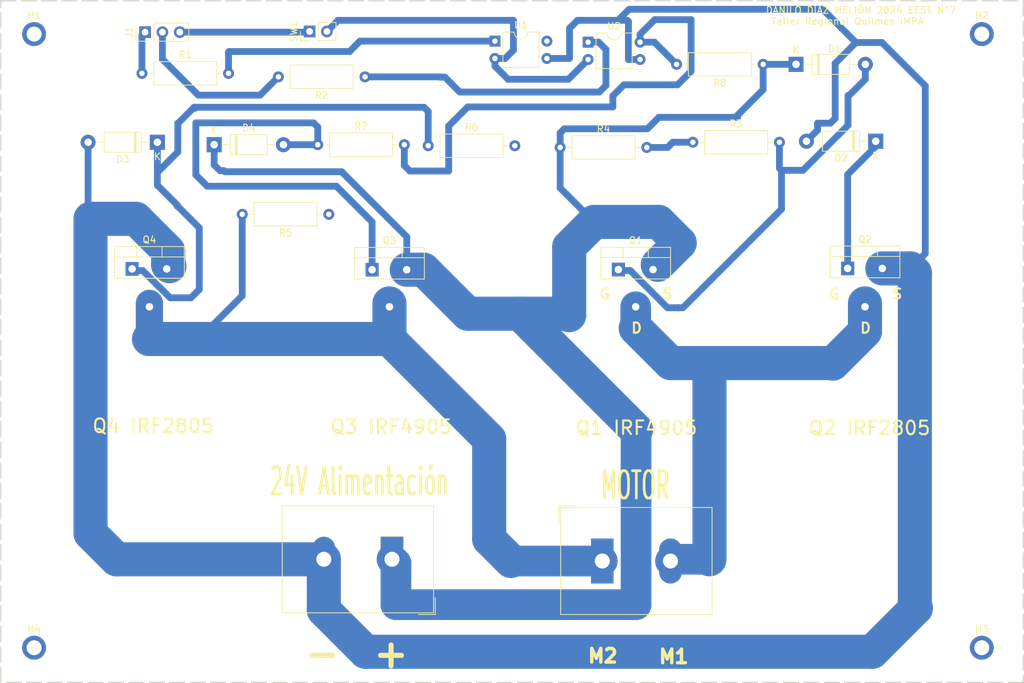
<source format=kicad_pcb>
(kicad_pcb (version 20240108) (generator "pcbnew") (generator_version "8.0")
  (title_block (title "Puente H Power Mosfet") (date "05/09/2024") (rev "8.1.1") (company "Danilo Melión"))
  (layers (0 "F.Cu" signal) (31 "B.Cu" signal) (34 "B.Paste" user) (35 "F.Paste" user) (36 "B.SilkS" user "B.Silkscreen") (37 "F.SilkS" user "F.Silkscreen") (38 "B.Mask" user) (39 "F.Mask" user) (44 "Edge.Cuts" user))
  (net 0 "")
  (net 1 "PWM1")
  (net 2 "PWM2")
  (net 3 "GND")
  (net 4 "Net-(J2-Pin_1)")
  (net 5 "Net-(J2-Pin_2)")
  (net 6 "Net-(D2-K)")
  (net 7 "+24V")
  (net 8 "Net-(D1-A)")
  (net 9 "Net-(R3-Pad1)")
  (net 10 "Net-(R1-Pad2)")
  (net 11 "Net-(SW1-B)")
  (net 12 "GNDPWR")
  (net 13 "Net-(R7-Pad2)")
  (net 14 "Net-(D3-K)")
  (net 15 "Net-(D4-A)")
  (net 16 "Net-(R2-Pad1)")
  (footprint "Package_DIP:DIP-4_W7.62mm" (layer "F.Cu") (at 124.5945 37.0332)
    (property "Reference" "U1" (at 3.81 -2.33 0) (layer "F.SilkS"))
    (property "Value" "PC817")
    (fp_line (start 1.16 -1.33) (end 1.16 3.87) (stroke (width 0.12)) (layer "F.SilkS"))
    (fp_line (start 1.16 3.87) (end 6.46 3.87) (stroke (width 0.12)) (layer "F.SilkS"))
    (fp_line (start 2.81 -1.33) (end 1.16 -1.33) (stroke (width 0.12)) (layer "F.SilkS"))
    (fp_line (start 6.46 -1.33) (end 4.81 -1.33) (stroke (width 0.12)) (layer "F.SilkS"))
    (fp_line (start 6.46 3.87) (end 6.46 -1.33) (stroke (width 0.12)) (layer "F.SilkS"))
    (fp_arc (start 4.81 -1.33) (mid 3.81 -0.33) (end 2.81 -1.33) (stroke (width 0.12)) (layer "F.SilkS"))
    (pad "1" thru_hole rect (at 0 0) (size 1.6 1.6) (drill 0.8) (layers "*.Cu" "*.Mask") (net 10 "Net-(R1-Pad2)"))
    (pad "2" thru_hole oval (at 0 2.54) (size 1.6 1.6) (drill 0.8) (layers "*.Cu" "*.Mask") (net 11 "Net-(SW1-B)"))
    (pad "3" thru_hole oval (at 7.62 2.54) (size 1.6 1.6) (drill 0.8) (layers "*.Cu" "*.Mask") (net 12 "GNDPWR"))
    (pad "4" thru_hole oval (at 7.62 0) (size 1.6 1.6) (drill 0.8) (layers "*.Cu" "*.Mask") (net 9 "Net-(R3-Pad1)"))
  )
  (footprint "Diode_THT:D_DO-41_SOD81_P10.16mm_Horizontal" (layer "F.Cu") (at 180.4416 51.7144 180)
    (property "Reference" "D2" (at 5.08 -2.47 360) (layer "F.SilkS"))
    (property "Value" "1N4742A")
    (fp_line (start 8.82 0) (end 7.8 0) (stroke (width 0.12)) (layer "F.SilkS"))
    (fp_line (start 7.8 1.47) (end 7.8 -1.47) (stroke (width 0.12)) (layer "F.SilkS"))
    (fp_line (start 7.8 -1.47) (end 2.36 -1.47) (stroke (width 0.12)) (layer "F.SilkS"))
    (fp_line (start 3.38 -1.47) (end 3.38 1.47) (stroke (width 0.12)) (layer "F.SilkS"))
    (fp_line (start 3.26 -1.47) (end 3.26 1.47) (stroke (width 0.12)) (layer "F.SilkS"))
    (fp_line (start 3.14 -1.47) (end 3.14 1.47) (stroke (width 0.12)) (layer "F.SilkS"))
    (fp_line (start 2.36 1.47) (end 7.8 1.47) (stroke (width 0.12)) (layer "F.SilkS"))
    (fp_line (start 2.36 -1.47) (end 2.36 1.47) (stroke (width 0.12)) (layer "F.SilkS"))
    (fp_line (start 1.34 0) (end 2.36 0) (stroke (width 0.12)) (layer "F.SilkS"))
    (fp_text user "K" (at 0 -2.1 360) (layer "F.SilkS"))
    (pad "1" thru_hole rect (at 0 0 180) (size 2.2 2.2) (drill 1.1) (layers "*.Cu" "*.Mask") (net 6 "Net-(D2-K)"))
    (pad "2" thru_hole oval (at 10.16 0 180) (size 2.2 2.2) (drill 1.1) (layers "*.Cu" "*.Mask") (net 12 "GNDPWR"))
  )
  (footprint "Diode_THT:D_DO-41_SOD81_P10.16mm_Horizontal" (layer "F.Cu") (at 83.4136 52.2224)
    (property "Reference" "D4" (at 5.08 -2.47 360) (layer "F.SilkS"))
    (property "Value" "1N4742A")
    (fp_line (start 1.34 0) (end 2.36 0) (stroke (width 0.12)) (layer "F.SilkS"))
    (fp_line (start 2.36 -1.47) (end 2.36 1.47) (stroke (width 0.12)) (layer "F.SilkS"))
    (fp_line (start 2.36 1.47) (end 7.8 1.47) (stroke (width 0.12)) (layer "F.SilkS"))
    (fp_line (start 3.14 -1.47) (end 3.14 1.47) (stroke (width 0.12)) (layer "F.SilkS"))
    (fp_line (start 3.26 -1.47) (end 3.26 1.47) (stroke (width 0.12)) (layer "F.SilkS"))
    (fp_line (start 3.38 -1.47) (end 3.38 1.47) (stroke (width 0.12)) (layer "F.SilkS"))
    (fp_line (start 7.8 -1.47) (end 2.36 -1.47) (stroke (width 0.12)) (layer "F.SilkS"))
    (fp_line (start 7.8 1.47) (end 7.8 -1.47) (stroke (width 0.12)) (layer "F.SilkS"))
    (fp_line (start 8.82 0) (end 7.8 0) (stroke (width 0.12)) (layer "F.SilkS"))
    (fp_text user "K" (at 0 -2.1 360) (layer "F.SilkS"))
    (pad "1" thru_hole rect (at 0 0) (size 2.2 2.2) (drill 1.1) (layers "*.Cu" "*.Mask") (net 7 "+24V"))
    (pad "2" thru_hole oval (at 10.16 0) (size 2.2 2.2) (drill 1.1) (layers "*.Cu" "*.Mask") (net 15 "Net-(D4-A)"))
  )
  (footprint "MountingHole:MountingHole_2.2mm_M2_ISO7380_Pad" (layer "F.Cu") (at 57 126)
    (property "Reference" "H4" (at 0 -2.75 0) (layer "F.SilkS"))
    (property "Value" "MountingHole_2.2mm_M2_ISO7380_Pad" (hide yes))
    (pad "1" thru_hole circle (at 0 0) (size 3.5 3.5) (drill 2.2) (layers "*.Cu" "*.Mask"))
  )
  (footprint "Package_TO_SOT_THT:TO-220-3_Vertical" (layer "F.Cu") (at 106.5784 70.5612)
    (property "Reference" "Q3" (at 2.54 -4.27 0) (layer "F.SilkS"))
    (property "Value" "IRF4905")
    (fp_line (start -2.58 -3.27) (end -2.58 1.371) (stroke (width 0.12)) (layer "F.SilkS"))
    (fp_line (start -2.58 -3.27) (end 7.66 -3.27) (stroke (width 0.12)) (layer "F.SilkS"))
    (fp_line (start -2.58 -1.76) (end 7.66 -1.76) (stroke (width 0.12)) (layer "F.SilkS"))
    (fp_line (start -2.58 1.371) (end 7.66 1.371) (stroke (width 0.12)) (layer "F.SilkS"))
    (fp_line (start 0.69 -3.27) (end 0.69 -1.76) (stroke (width 0.12)) (layer "F.SilkS"))
    (fp_line (start 4.391 -3.27) (end 4.391 -1.76) (stroke (width 0.12)) (layer "F.SilkS"))
    (fp_line (start 7.66 -3.27) (end 7.66 1.371) (stroke (width 0.12)) (layer "F.SilkS"))
    (pad "1" thru_hole rect (at 0 0) (size 1.905 2) (drill 1.1) (layers "*.Cu" "*.Mask") (net 15 "Net-(D4-A)"))
    (pad "2" thru_hole oval (at 2.54 5.4388) (size 1.905 2) (drill 1.1) (layers "*.Cu" "*.Mask") (net 4 "Net-(J2-Pin_1)"))
    (pad "3" thru_hole oval (at 5.08 0) (size 1.905 2) (drill 1.1) (layers "*.Cu" "*.Mask") (net 7 "+24V"))
  )
  (footprint "Resistor_THT:R_Axial_DIN0309_L9.0mm_D3.2mm_P12.70mm_Horizontal" (layer "F.Cu") (at 114.808 52.3748)
    (property "Reference" "R6" (at 6.35 -2.72 360) (layer "F.SilkS"))
    (property "Value" "680")
    (fp_line (start 1.04 0) (end 1.73 0) (stroke (width 0.12)) (layer "F.SilkS"))
    (fp_line (start 1.73 -1.72) (end 1.73 1.72) (stroke (width 0.12)) (layer "F.SilkS"))
    (fp_line (start 1.73 1.72) (end 10.97 1.72) (stroke (width 0.12)) (layer "F.SilkS"))
    (fp_line (start 10.97 -1.72) (end 1.73 -1.72) (stroke (width 0.12)) (layer "F.SilkS"))
    (fp_line (start 10.97 1.72) (end 10.97 -1.72) (stroke (width 0.12)) (layer "F.SilkS"))
    (fp_line (start 11.66 0) (end 10.97 0) (stroke (width 0.12)) (layer "F.SilkS"))
    (pad "1" thru_hole circle (at 0 0) (size 1.6 1.6) (drill 0.8) (layers "*.Cu" "*.Mask") (net 14 "Net-(D3-K)"))
    (pad "2" thru_hole oval (at 12.7 0) (size 1.6 1.6) (drill 0.8) (layers "*.Cu" "*.Mask") (net 5 "Net-(J2-Pin_2)"))
  )
  (footprint "Package_DIP:DIP-4_W7.62mm" (layer "F.Cu") (at 138.2597 37.1856)
    (property "Reference" "U2" (at 3.81 -2.33 0) (layer "F.SilkS"))
    (property "Value" "PC817")
    (fp_line (start 1.16 -1.33) (end 1.16 3.87) (stroke (width 0.12)) (layer "F.SilkS"))
    (fp_line (start 1.16 3.87) (end 6.46 3.87) (stroke (width 0.12)) (layer "F.SilkS"))
    (fp_line (start 2.81 -1.33) (end 1.16 -1.33) (stroke (width 0.12)) (layer "F.SilkS"))
    (fp_line (start 6.46 -1.33) (end 4.81 -1.33) (stroke (width 0.12)) (layer "F.SilkS"))
    (fp_line (start 6.46 3.87) (end 6.46 -1.33) (stroke (width 0.12)) (layer "F.SilkS"))
    (fp_arc (start 4.81 -1.33) (mid 3.81 -0.33) (end 2.81 -1.33) (stroke (width 0.12)) (layer "F.SilkS"))
    (pad "1" thru_hole rect (at 0 0) (size 1.6 1.6) (drill 0.8) (layers "*.Cu" "*.Mask") (net 16 "Net-(R2-Pad1)"))
    (pad "2" thru_hole oval (at 0 2.54) (size 1.6 1.6) (drill 0.8) (layers "*.Cu" "*.Mask") (net 11 "Net-(SW1-B)"))
    (pad "3" thru_hole oval (at 7.62 2.54) (size 1.6 1.6) (drill 0.8) (layers "*.Cu" "*.Mask") (net 12 "GNDPWR"))
    (pad "4" thru_hole oval (at 7.62 0) (size 1.6 1.6) (drill 0.8) (layers "*.Cu" "*.Mask") (net 13 "Net-(R7-Pad2)"))
  )
  (footprint "Diode_THT:D_DO-41_SOD81_P10.16mm_Horizontal" (layer "F.Cu") (at 75.0824 51.8668 180)
    (property "Reference" "D3" (at 5.08 -2.47 360) (layer "F.SilkS"))
    (property "Value" "1N4742A")
    (fp_line (start 8.82 0) (end 7.8 0) (stroke (width 0.12)) (layer "F.SilkS"))
    (fp_line (start 7.8 1.47) (end 7.8 -1.47) (stroke (width 0.12)) (layer "F.SilkS"))
    (fp_line (start 7.8 -1.47) (end 2.36 -1.47) (stroke (width 0.12)) (layer "F.SilkS"))
    (fp_line (start 3.38 -1.47) (end 3.38 1.47) (stroke (width 0.12)) (layer "F.SilkS"))
    (fp_line (start 3.26 -1.47) (end 3.26 1.47) (stroke (width 0.12)) (layer "F.SilkS"))
    (fp_line (start 3.14 -1.47) (end 3.14 1.47) (stroke (width 0.12)) (layer "F.SilkS"))
    (fp_line (start 2.36 1.47) (end 7.8 1.47) (stroke (width 0.12)) (layer "F.SilkS"))
    (fp_line (start 2.36 -1.47) (end 2.36 1.47) (stroke (width 0.12)) (layer "F.SilkS"))
    (fp_line (start 1.34 0) (end 2.36 0) (stroke (width 0.12)) (layer "F.SilkS"))
    (fp_text user "K" (at 0 -2.1 360) (layer "F.SilkS"))
    (pad "1" thru_hole rect (at 0 0 180) (size 2.2 2.2) (drill 1.1) (layers "*.Cu" "*.Mask") (net 14 "Net-(D3-K)"))
    (pad "2" thru_hole oval (at 10.16 0 180) (size 2.2 2.2) (drill 1.1) (layers "*.Cu" "*.Mask") (net 12 "GNDPWR"))
  )
  (footprint "Package_TO_SOT_THT:TO-220-3_Vertical" (layer "F.Cu") (at 71.374 70.4394)
    (property "Reference" "Q4" (at 2.54 -4.27 0) (layer "F.SilkS"))
    (property "Value" "IRF2805")
    (fp_line (start -2.58 -3.27) (end -2.58 1.371) (stroke (width 0.12)) (layer "F.SilkS"))
    (fp_line (start -2.58 -3.27) (end 7.66 -3.27) (stroke (width 0.12)) (layer "F.SilkS"))
    (fp_line (start -2.58 -1.76) (end 7.66 -1.76) (stroke (width 0.12)) (layer "F.SilkS"))
    (fp_line (start -2.58 1.371) (end 7.66 1.371) (stroke (width 0.12)) (layer "F.SilkS"))
    (fp_line (start 0.69 -3.27) (end 0.69 -1.76) (stroke (width 0.12)) (layer "F.SilkS"))
    (fp_line (start 4.391 -3.27) (end 4.391 -1.76) (stroke (width 0.12)) (layer "F.SilkS"))
    (fp_line (start 7.66 -3.27) (end 7.66 1.371) (stroke (width 0.12)) (layer "F.SilkS"))
    (pad "1" thru_hole rect (at 0 0) (size 1.905 2) (drill 1.1) (layers "*.Cu" "*.Mask") (net 14 "Net-(D3-K)"))
    (pad "2" thru_hole oval (at 2.54 5.5606) (size 1.905 2) (drill 1.1) (layers "*.Cu" "*.Mask") (net 4 "Net-(J2-Pin_1)"))
    (pad "3" thru_hole oval (at 5.08 0) (size 1.905 2) (drill 1.1) (layers "*.Cu" "*.Mask") (net 12 "GNDPWR"))
  )
  (footprint "MountingHole:MountingHole_2.2mm_M2_ISO7380_Pad" (layer "F.Cu") (at 57 36)
    (property "Reference" "H1" (at 0 -2.75 0) (layer "F.SilkS"))
    (property "Value" "MountingHole_2.2mm_M2_ISO7380_Pad" (hide yes))
    (pad "1" thru_hole circle (at 0 0) (size 3.5 3.5) (drill 2.2) (layers "*.Cu" "*.Mask"))
  )
  (footprint "Package_TO_SOT_THT:TO-220-3_Vertical" (layer "F.Cu") (at 176.3268 70.3671)
    (property "Reference" "Q2" (at 2.54 -4.27 0) (layer "F.SilkS"))
    (property "Value" "IRF2805")
    (fp_line (start -2.58 -3.27) (end -2.58 1.371) (stroke (width 0.12)) (layer "F.SilkS"))
    (fp_line (start -2.58 -3.27) (end 7.66 -3.27) (stroke (width 0.12)) (layer "F.SilkS"))
    (fp_line (start -2.58 -1.76) (end 7.66 -1.76) (stroke (width 0.12)) (layer "F.SilkS"))
    (fp_line (start -2.58 1.371) (end 7.66 1.371) (stroke (width 0.12)) (layer "F.SilkS"))
    (fp_line (start 0.69 -3.27) (end 0.69 -1.76) (stroke (width 0.12)) (layer "F.SilkS"))
    (fp_line (start 4.391 -3.27) (end 4.391 -1.76) (stroke (width 0.12)) (layer "F.SilkS"))
    (fp_line (start 7.66 -3.27) (end 7.66 1.371) (stroke (width 0.12)) (layer "F.SilkS"))
    (pad "1" thru_hole rect (at 0 0) (size 1.905 2) (drill 1.1) (layers "*.Cu" "*.Mask") (net 6 "Net-(D2-K)"))
    (pad "2" thru_hole oval (at 2.54 5.6329) (size 1.905 2) (drill 1.1) (layers "*.Cu" "*.Mask") (net 5 "Net-(J2-Pin_2)"))
    (pad "3" thru_hole oval (at 5.08 0) (size 1.905 2) (drill 1.1) (layers "*.Cu" "*.Mask") (net 12 "GNDPWR"))
  )
  (footprint "Diode_THT:D_DO-41_SOD81_P10.16mm_Horizontal" (layer "F.Cu") (at 168.7576 40.4368)
    (property "Reference" "D1" (at 5.6388 -2.286 0) (layer "F.SilkS"))
    (property "Value" "1N4742A")
    (fp_line (start 1.34 0) (end 2.36 0) (stroke (width 0.12)) (layer "F.SilkS"))
    (fp_line (start 2.36 -1.47) (end 2.36 1.47) (stroke (width 0.12)) (layer "F.SilkS"))
    (fp_line (start 2.36 1.47) (end 7.8 1.47) (stroke (width 0.12)) (layer "F.SilkS"))
    (fp_line (start 3.14 -1.47) (end 3.14 1.47) (stroke (width 0.12)) (layer "F.SilkS"))
    (fp_line (start 3.26 -1.47) (end 3.26 1.47) (stroke (width 0.12)) (layer "F.SilkS"))
    (fp_line (start 3.38 -1.47) (end 3.38 1.47) (stroke (width 0.12)) (layer "F.SilkS"))
    (fp_line (start 7.8 -1.47) (end 2.36 -1.47) (stroke (width 0.12)) (layer "F.SilkS"))
    (fp_line (start 7.8 1.47) (end 7.8 -1.47) (stroke (width 0.12)) (layer "F.SilkS"))
    (fp_line (start 8.82 0) (end 7.8 0) (stroke (width 0.12)) (layer "F.SilkS"))
    (fp_text user "K" (at 0 -2.1 0) (layer "F.SilkS"))
    (pad "1" thru_hole rect (at 0 0) (size 2.2 2.2) (drill 1.1) (layers "*.Cu" "*.Mask") (net 7 "+24V"))
    (pad "2" thru_hole oval (at 10.16 0) (size 2.2 2.2) (drill 1.1) (layers "*.Cu" "*.Mask") (net 8 "Net-(D1-A)"))
  )
  (footprint "Resistor_THT:R_Axial_DIN0309_L9.0mm_D3.2mm_P12.70mm_Horizontal" (layer "F.Cu") (at 134.1628 52.6288)
    (property "Reference" "R4" (at 6.35 -2.72 0) (layer "F.SilkS"))
    (property "Value" "2.7K")
    (fp_line (start 1.04 0) (end 1.73 0) (stroke (width 0.12)) (layer "F.SilkS"))
    (fp_line (start 1.73 -1.72) (end 1.73 1.72) (stroke (width 0.12)) (layer "F.SilkS"))
    (fp_line (start 1.73 1.72) (end 10.97 1.72) (stroke (width 0.12)) (layer "F.SilkS"))
    (fp_line (start 10.97 -1.72) (end 1.73 -1.72) (stroke (width 0.12)) (layer "F.SilkS"))
    (fp_line (start 10.97 1.72) (end 10.97 -1.72) (stroke (width 0.12)) (layer "F.SilkS"))
    (fp_line (start 11.66 0) (end 10.97 0) (stroke (width 0.12)) (layer "F.SilkS"))
    (pad "1" thru_hole circle (at 0 0) (size 1.6 1.6) (drill 0.8) (layers "*.Cu" "*.Mask") (net 7 "+24V"))
    (pad "2" thru_hole oval (at 12.7 0) (size 1.6 1.6) (drill 0.8) (layers "*.Cu" "*.Mask") (net 9 "Net-(R3-Pad1)"))
  )
  (footprint "TerminalBlock_Dinkle:TerminalBlock_Dinkle_DT-55-B01X-02_P10.00mm" (layer "F.Cu") (at 109.4956 113.03 180)
    (property "Reference" "J3" (hide yes))
    (property "Value" "24V Alimentación" (at 4.7956 11.43 0) (layer "F.SilkS") (effects (font (size 4 2) (thickness 0.4) (bold yes))))
    (fp_line (start 16.1 -7.85) (end 16.1 7.85) (stroke (width 0.12)) (layer "F.SilkS"))
    (fp_line (start -6.1 7.85) (end 16.1 7.85) (stroke (width 0.12)) (layer "F.SilkS"))
    (fp_line (start -6.1 7.85) (end -6.1 -7.85) (stroke (width 0.12)) (layer "F.SilkS"))
    (fp_line (start -6.1 -7.85) (end 16.1 -7.85) (stroke (width 0.12)) (layer "F.SilkS"))
    (fp_line (start -6.35 -5.6) (end -6.35 -8.1) (stroke (width 0.12)) (layer "F.SilkS"))
    (fp_line (start -6.35 -8.1) (end -3.85 -8.1) (stroke (width 0.12)) (layer "F.SilkS"))
    (pad "1" thru_hole rect (at 0 0 180) (size 3.3 6.6) (drill 2.2) (layers "*.Cu" "*.Mask") (net 7 "+24V"))
    (pad "2" thru_hole oval (at 10 0 180) (size 3.3 6.6) (drill 2.2) (layers "*.Cu" "*.Mask") (net 12 "GNDPWR"))
  )
  (footprint "TerminalBlock_Dinkle:TerminalBlock_Dinkle_DT-55-B01X-02_P10.00mm" (layer "F.Cu") (at 140.3388 113.284)
    (property "Reference" "J2" (hide yes))
    (property "Value" "MOTOR" (at 4.8476 -11.0744 360) (layer "F.SilkS") (effects (font (size 4 2) (thickness 0.4) (bold yes))))
    (fp_line (start -6.35 -8.1) (end -3.85 -8.1) (stroke (width 0.12)) (layer "F.SilkS"))
    (fp_line (start -6.35 -5.6) (end -6.35 -8.1) (stroke (width 0.12)) (layer "F.SilkS"))
    (fp_line (start -6.1 -7.85) (end 16.1 -7.85) (stroke (width 0.12)) (layer "F.SilkS"))
    (fp_line (start -6.1 7.85) (end -6.1 -7.85) (stroke (width 0.12)) (layer "F.SilkS"))
    (fp_line (start -6.1 7.85) (end 16.1 7.85) (stroke (width 0.12)) (layer "F.SilkS"))
    (fp_line (start 16.1 -7.85) (end 16.1 7.85) (stroke (width 0.12)) (layer "F.SilkS"))
    (pad "1" thru_hole rect (at 0 0) (size 3.3 6.6) (drill 2.2) (layers "*.Cu" "*.Mask") (net 4 "Net-(J2-Pin_1)"))
    (pad "2" thru_hole oval (at 10 0) (size 3.3 6.6) (drill 2.2) (layers "*.Cu" "*.Mask") (net 5 "Net-(J2-Pin_2)"))
  )
  (footprint "Resistor_THT:R_Axial_DIN0309_L9.0mm_D3.2mm_P12.70mm_Horizontal" (layer "F.Cu") (at 98.6028 52.2224)
    (property "Reference" "R7" (at 6.35 -2.72 0) (layer "F.SilkS"))
    (property "Value" "680")
    (fp_line (start 1.04 0) (end 1.73 0) (stroke (width 0.12)) (layer "F.SilkS"))
    (fp_line (start 1.73 -1.72) (end 1.73 1.72) (stroke (width 0.12)) (layer "F.SilkS"))
    (fp_line (start 1.73 1.72) (end 10.97 1.72) (stroke (width 0.12)) (layer "F.SilkS"))
    (fp_line (start 10.97 -1.72) (end 1.73 -1.72) (stroke (width 0.12)) (layer "F.SilkS"))
    (fp_line (start 10.97 1.72) (end 10.97 -1.72) (stroke (width 0.12)) (layer "F.SilkS"))
    (fp_line (start 11.66 0) (end 10.97 0) (stroke (width 0.12)) (layer "F.SilkS"))
    (pad "1" thru_hole circle (at 0 0) (size 1.6 1.6) (drill 0.8) (layers "*.Cu" "*.Mask") (net 15 "Net-(D4-A)"))
    (pad "2" thru_hole oval (at 12.7 0) (size 1.6 1.6) (drill 0.8) (layers "*.Cu" "*.Mask") (net 13 "Net-(R7-Pad2)"))
  )
  (footprint "Resistor_THT:R_Axial_DIN0309_L9.0mm_D3.2mm_P12.70mm_Horizontal" (layer "F.Cu") (at 163.9316 40.4368 180)
    (property "Reference" "R8" (at 6.35 -2.72 360) (layer "F.SilkS"))
    (property "Value" "2.7K")
    (fp_line (start 11.66 0) (end 10.97 0) (stroke (width 0.12)) (layer "F.SilkS"))
    (fp_line (start 10.97 1.72) (end 10.97 -1.72) (stroke (width 0.12)) (layer "F.SilkS"))
    (fp_line (start 10.97 -1.72) (end 1.73 -1.72) (stroke (width 0.12)) (layer "F.SilkS"))
    (fp_line (start 1.73 1.72) (end 10.97 1.72) (stroke (width 0.12)) (layer "F.SilkS"))
    (fp_line (start 1.73 -1.72) (end 1.73 1.72) (stroke (width 0.12)) (layer "F.SilkS"))
    (fp_line (start 1.04 0) (end 1.73 0) (stroke (width 0.12)) (layer "F.SilkS"))
    (pad "1" thru_hole circle (at 0 0 180) (size 1.6 1.6) (drill 0.8) (layers "*.Cu" "*.Mask") (net 7 "+24V"))
    (pad "2" thru_hole oval (at 12.7 0 180) (size 1.6 1.6) (drill 0.8) (layers "*.Cu" "*.Mask") (net 13 "Net-(R7-Pad2)"))
  )
  (footprint "Package_TO_SOT_THT:TO-220-3_Vertical" (layer "F.Cu") (at 142.6972 70.541)
    (property "Reference" "Q1" (at 2.54 -4.27 0) (layer "F.SilkS"))
    (property "Value" "IRF4905")
    (fp_line (start -2.58 -3.27) (end -2.58 1.371) (stroke (width 0.12)) (layer "F.SilkS"))
    (fp_line (start -2.58 -3.27) (end 7.66 -3.27) (stroke (width 0.12)) (layer "F.SilkS"))
    (fp_line (start -2.58 -1.76) (end 7.66 -1.76) (stroke (width 0.12)) (layer "F.SilkS"))
    (fp_line (start -2.58 1.371) (end 7.66 1.371) (stroke (width 0.12)) (layer "F.SilkS"))
    (fp_line (start 0.69 -3.27) (end 0.69 -1.76) (stroke (width 0.12)) (layer "F.SilkS"))
    (fp_line (start 4.391 -3.27) (end 4.391 -1.76) (stroke (width 0.12)) (layer "F.SilkS"))
    (fp_line (start 7.66 -3.27) (end 7.66 1.371) (stroke (width 0.12)) (layer "F.SilkS"))
    (pad "1" thru_hole rect (at 0 0) (size 1.905 2) (drill 1.1) (layers "*.Cu" "*.Mask") (net 8 "Net-(D1-A)"))
    (pad "2" thru_hole oval (at 2.54 5.459) (size 1.905 2) (drill 1.1) (layers "*.Cu" "*.Mask") (net 5 "Net-(J2-Pin_2)"))
    (pad "3" thru_hole oval (at 5.08 0) (size 1.905 2) (drill 1.1) (layers "*.Cu" "*.Mask") (net 7 "+24V"))
  )
  (footprint "Connector_PinHeader_2.54mm:PinHeader_1x02_P2.54mm_Vertical" (layer "F.Cu") (at 97.4065 35.6158 90)
    (property "Reference" "SW1" (at 0 -2.33 90) (layer "F.SilkS"))
    (property "Value" "SW")
    (fp_line (start -1.33 -1.33) (end 0 -1.33) (stroke (width 0.12)) (layer "F.SilkS"))
    (fp_line (start -1.33 0) (end -1.33 -1.33) (stroke (width 0.12)) (layer "F.SilkS"))
    (fp_line (start 1.33 1.27) (end 1.33 3.87) (stroke (width 0.12)) (layer "F.SilkS"))
    (fp_line (start -1.33 1.27) (end 1.33 1.27) (stroke (width 0.12)) (layer "F.SilkS"))
    (fp_line (start -1.33 1.27) (end -1.33 3.87) (stroke (width 0.12)) (layer "F.SilkS"))
    (fp_line (start -1.33 3.87) (end 1.33 3.87) (stroke (width 0.12)) (layer "F.SilkS"))
    (pad "1" thru_hole rect (at 0 0 90) (size 1.7 1.7) (drill 1) (layers "*.Cu" "*.Mask") (net 3 "GND"))
    (pad "2" thru_hole oval (at 0 2.54 90) (size 1.7 1.7) (drill 1) (layers "*.Cu" "*.Mask") (net 11 "Net-(SW1-B)"))
  )
  (footprint "Connector_PinHeader_2.54mm:PinHeader_1x03_P2.54mm_Vertical" (layer "F.Cu") (at 73.2815 35.7174 90)
    (property "Reference" "J1" (at 0 -2.33 90) (layer "F.SilkS"))
    (property "Value" "PWM")
    (fp_line (start -1.33 -1.33) (end 0 -1.33) (stroke (width 0.12)) (layer "F.SilkS"))
    (fp_line (start -1.33 0) (end -1.33 -1.33) (stroke (width 0.12)) (layer "F.SilkS"))
    (fp_line (start 1.33 1.27) (end 1.33 6.41) (stroke (width 0.12)) (layer "F.SilkS"))
    (fp_line (start -1.33 1.27) (end 1.33 1.27) (stroke (width 0.12)) (layer "F.SilkS"))
    (fp_line (start -1.33 1.27) (end -1.33 6.41) (stroke (width 0.12)) (layer "F.SilkS"))
    (fp_line (start -1.33 6.41) (end 1.33 6.41) (stroke (width 0.12)) (layer "F.SilkS"))
    (pad "1" thru_hole rect (at 0 0 90) (size 1.7 1.7) (drill 1) (layers "*.Cu" "*.Mask") (net 1 "PWM1"))
    (pad "2" thru_hole oval (at 0 2.54 90) (size 1.7 1.7) (drill 1) (layers "*.Cu" "*.Mask") (net 2 "PWM2"))
    (pad "3" thru_hole oval (at 0 5.08 90) (size 1.7 1.7) (drill 1) (layers "*.Cu" "*.Mask") (net 3 "GND"))
  )
  (footprint "Resistor_THT:R_Axial_DIN0309_L9.0mm_D3.2mm_P12.70mm_Horizontal" (layer "F.Cu") (at 105.5345 42.2706 180)
    (property "Reference" "R2" (at 6.35 -2.72 360) (layer "F.SilkS"))
    (property "Value" "47")
    (fp_line (start 11.66 0) (end 10.97 0) (stroke (width 0.12)) (layer "F.SilkS"))
    (fp_line (start 10.97 1.72) (end 10.97 -1.72) (stroke (width 0.12)) (layer "F.SilkS"))
    (fp_line (start 10.97 -1.72) (end 1.73 -1.72) (stroke (width 0.12)) (layer "F.SilkS"))
    (fp_line (start 1.73 1.72) (end 10.97 1.72) (stroke (width 0.12)) (layer "F.SilkS"))
    (fp_line (start 1.73 -1.72) (end 1.73 1.72) (stroke (width 0.12)) (layer "F.SilkS"))
    (fp_line (start 1.04 0) (end 1.73 0) (stroke (width 0.12)) (layer "F.SilkS"))
    (pad "1" thru_hole circle (at 0 0 180) (size 1.6 1.6) (drill 0.8) (layers "*.Cu" "*.Mask") (net 16 "Net-(R2-Pad1)"))
    (pad "2" thru_hole oval (at 12.7 0 180) (size 1.6 1.6) (drill 0.8) (layers "*.Cu" "*.Mask") (net 2 "PWM2"))
  )
  (footprint "Resistor_THT:R_Axial_DIN0309_L9.0mm_D3.2mm_P12.70mm_Horizontal" (layer "F.Cu") (at 100.2284 62.4332 180)
    (property "Reference" "R5" (at 6.35 -2.72 360) (layer "F.SilkS"))
    (property "Value" "680")
    (fp_line (start 11.66 0) (end 10.97 0) (stroke (width 0.12)) (layer "F.SilkS"))
    (fp_line (start 10.97 1.72) (end 10.97 -1.72) (stroke (width 0.12)) (layer "F.SilkS"))
    (fp_line (start 10.97 -1.72) (end 1.73 -1.72) (stroke (width 0.12)) (layer "F.SilkS"))
    (fp_line (start 1.73 1.72) (end 10.97 1.72) (stroke (width 0.12)) (layer "F.SilkS"))
    (fp_line (start 1.73 -1.72) (end 1.73 1.72) (stroke (width 0.12)) (layer "F.SilkS"))
    (fp_line (start 1.04 0) (end 1.73 0) (stroke (width 0.12)) (layer "F.SilkS"))
    (pad "1" thru_hole circle (at 0 0 180) (size 1.6 1.6) (drill 0.8) (layers "*.Cu" "*.Mask") (net 6 "Net-(D2-K)"))
    (pad "2" thru_hole oval (at 12.7 0 180) (size 1.6 1.6) (drill 0.8) (layers "*.Cu" "*.Mask") (net 4 "Net-(J2-Pin_1)"))
  )
  (footprint "MountingHole:MountingHole_2.2mm_M2_ISO7380_Pad" (layer "F.Cu") (at 196 126)
    (property "Reference" "H3" (at 0 -2.75 0) (layer "F.SilkS"))
    (property "Value" "MountingHole_2.2mm_M2_ISO7380_Pad" (hide yes))
    (pad "1" thru_hole circle (at 0 0) (size 3.5 3.5) (drill 2.2) (layers "*.Cu" "*.Mask"))
  )
  (footprint "Resistor_THT:R_Axial_DIN0309_L9.0mm_D3.2mm_P12.70mm_Horizontal" (layer "F.Cu") (at 72.8193 41.7626)
    (property "Reference" "R1" (at 6.35 -2.72 360) (layer "F.SilkS"))
    (property "Value" "47")
    (fp_line (start 1.04 0) (end 1.73 0) (stroke (width 0.12)) (layer "F.SilkS"))
    (fp_line (start 1.73 -1.72) (end 1.73 1.72) (stroke (width 0.12)) (layer "F.SilkS"))
    (fp_line (start 1.73 1.72) (end 10.97 1.72) (stroke (width 0.12)) (layer "F.SilkS"))
    (fp_line (start 10.97 -1.72) (end 1.73 -1.72) (stroke (width 0.12)) (layer "F.SilkS"))
    (fp_line (start 10.97 1.72) (end 10.97 -1.72) (stroke (width 0.12)) (layer "F.SilkS"))
    (fp_line (start 11.66 0) (end 10.97 0) (stroke (width 0.12)) (layer "F.SilkS"))
    (pad "1" thru_hole circle (at 0 0) (size 1.6 1.6) (drill 0.8) (layers "*.Cu" "*.Mask") (net 1 "PWM1"))
    (pad "2" thru_hole oval (at 12.7 0) (size 1.6 1.6) (drill 0.8) (layers "*.Cu" "*.Mask") (net 10 "Net-(R1-Pad2)"))
  )
  (footprint "Resistor_THT:R_Axial_DIN0309_L9.0mm_D3.2mm_P12.70mm_Horizontal" (layer "F.Cu") (at 153.6192 51.8668)
    (property "Reference" "R3" (at 6.35 -2.72 0) (layer "F.SilkS"))
    (property "Value" "680")
    (fp_line (start 1.04 0) (end 1.73 0) (stroke (width 0.12)) (layer "F.SilkS"))
    (fp_line (start 1.73 -1.72) (end 1.73 1.72) (stroke (width 0.12)) (layer "F.SilkS"))
    (fp_line (start 1.73 1.72) (end 10.97 1.72) (stroke (width 0.12)) (layer "F.SilkS"))
    (fp_line (start 10.97 -1.72) (end 1.73 -1.72) (stroke (width 0.12)) (layer "F.SilkS"))
    (fp_line (start 10.97 1.72) (end 10.97 -1.72) (stroke (width 0.12)) (layer "F.SilkS"))
    (fp_line (start 11.66 0) (end 10.97 0) (stroke (width 0.12)) (layer "F.SilkS"))
    (pad "1" thru_hole circle (at 0 0) (size 1.6 1.6) (drill 0.8) (layers "*.Cu" "*.Mask") (net 9 "Net-(R3-Pad1)"))
    (pad "2" thru_hole oval (at 12.7 0) (size 1.6 1.6) (drill 0.8) (layers "*.Cu" "*.Mask") (net 8 "Net-(D1-A)"))
  )
  (footprint "MountingHole:MountingHole_2.2mm_M2_ISO7380_Pad" (layer "F.Cu") (at 196 36)
    (property "Reference" "H2" (at 0 -2.75 0) (layer "F.SilkS"))
    (property "Value" "MountingHole_2.2mm_M2_ISO7380_Pad" (hide yes))
    (pad "1" thru_hole circle (at 0 0) (size 3.5 3.5) (drill 2.2) (layers "*.Cu" "*.Mask"))
  )
  (gr_rect (start 52.1 31.1) (end 202.1 131.1) (stroke (width 0.2) (type dash)) (fill none) (layer "Edge.Cuts"))
  (gr_text "G" (at 139.7508 74.9808 0) (layer "F.SilkS") (effects (font (size 1.5 1.5) (thickness 0.3) (bold yes)) (justify left bottom)))
  (gr_text "D" (at 144.4244 80 0) (layer "F.SilkS") (effects (font (size 1.5 1.5) (thickness 0.3) (bold yes)) (justify left bottom)))
  (gr_text "Q2 IRF2805\n" (at 170.434 94.9452 0) (layer "F.SilkS") (effects (font (size 2 2) (thickness 0.3) (bold yes)) (justify left bottom)))
  (gr_text "Q1 IRF4905\n\n" (at 136.2456 98.1456 0) (layer "F.SilkS") (effects (font (size 2 2) (thickness 0.3) (bold yes)) (justify left bottom)))
  (gr_text "D" (at 178.0032 80 0) (layer "F.SilkS") (effects (font (size 1.5 1.5) (thickness 0.3) (bold yes)) (justify left bottom)))
  (gr_text "M1" (at 148.3868 128.4732 0) (layer "F.SilkS") (effects (font (size 2 2) (thickness 0.5) (bold yes)) (justify left bottom)))
  (gr_text "Q3 IRF4905\n\n" (at 100.2792 97.9932 0) (layer "F.SilkS") (effects (font (size 2 2) (thickness 0.3) (bold yes)) (justify left bottom)))
  (gr_text "-" (at 96.2868 129.1732 0) (layer "F.SilkS") (effects (font (size 4 4) (thickness 0.75) (bold yes)) (justify left bottom)))
  (gr_text "G" (at 173.4312 75 0) (layer "F.SilkS") (effects (font (size 1.5 1.5) (thickness 0.3) (bold yes)) (justify left bottom)))
  (gr_text "S" (at 148.9964 74.9808 0) (layer "F.SilkS") (effects (font (size 1.5 1.5) (thickness 0.3) (bold yes)) (justify left bottom)))
  (gr_text "S" (at 182.6768 74.9808 0) (layer "F.SilkS") (effects (font (size 1.5 1.5) (thickness 0.3) (bold yes)) (justify left bottom)))
  (gr_text "DANILO DIAZ MELIÓN 2024 EEST N°7 \n Taller Regional Quilmes IMPA" (at 164.2364 34.6964 0) (layer "F.SilkS") (effects (font (size 1 1)) (justify left bottom)))
  (gr_text "Q4 IRF2805\n" (at 65.3796 94.6404 0) (layer "F.SilkS") (effects (font (size 2 2) (thickness 0.3) (bold yes)) (justify left bottom)))
  (gr_text "+" (at 106.3868 129.1732 0) (layer "F.SilkS") (effects (font (size 4 4) (thickness 0.75) (bold yes)) (justify left bottom)))
  (gr_text "M2" (at 137.9868 128.3732 0) (layer "F.SilkS") (effects (font (size 2 2) (thickness 0.5) (bold yes)) (justify left bottom)))
  (segment (start 72.8193 36.1796) (end 73.2815 35.7174) (width 1) (layer "B.Cu") (net 1))
  (segment (start 72.8193 41.7626) (end 72.8193 36.1796) (width 1) (layer "B.Cu") (net 1))
  (segment (start 92.8345 42.2706) (end 90.1421 44.963) (width 1) (layer "B.Cu") (net 2))
  (segment (start 75.8215 39.6848) (end 75.8215 35.7174) (width 1) (layer "B.Cu") (net 2))
  (segment (start 90.1421 44.963) (end 81.0997 44.963) (width 1) (layer "B.Cu") (net 2))
  (segment (start 81.0997 44.963) (end 75.8215 39.6848) (width 1) (layer "B.Cu") (net 2))
  (segment (start 97.3049 35.7174) (end 97.4065 35.6158) (width 1) (layer "B.Cu") (net 3))
  (segment (start 78.4631 35.6158) (end 78.3615 35.7174) (width 1) (layer "B.Cu") (net 3))
  (segment (start 78.3615 35.7174) (end 97.3049 35.7174) (width 1) (layer "B.Cu") (net 3))
  (segment (start 109.1184 75.5) (end 109.1184 80.6704) (width 5) (layer "B.Cu") (net 4))
  (segment (start 123.7488 110.0836) (end 123.7488 95.4024) (width 5) (layer "B.Cu") (net 4))
  (segment (start 87.5284 62.4332) (end 87.5284 74.3712) (width 1) (layer "B.Cu") (net 4))
  (segment (start 123.7488 95.4024) (end 109.0676 80.7212) (width 5) (layer "B.Cu") (net 4))
  (segment (start 73.914 75.5) (end 73.914 80.6704) (width 4) (layer "B.Cu") (net 4))
  (segment (start 81.1784 80.7212) (end 109.0676 80.7212) (width 5) (layer "B.Cu") (net 4))
  (segment (start 87.5284 74.3712) (end 81.1784 80.7212) (width 1) (layer "B.Cu") (net 4))
  (segment (start 73.8632 80.7212) (end 81.1784 80.7212) (width 5) (layer "B.Cu") (net 4))
  (segment (start 109.1184 80.6704) (end 109.0676 80.7212) (width 5) (layer "B.Cu") (net 4))
  (segment (start 73.914 80.6704) (end 73.8632 80.7212) (width 5) (layer "B.Cu") (net 4))
  (segment (start 140.3388 113.284) (end 126.9492 113.284) (width 4.5) (layer "B.Cu") (net 4))
  (segment (start 126.9492 113.284) (end 123.7488 110.0836) (width 5) (layer "B.Cu") (net 4))
  (segment (start 150.3388 84.248) (end 156.0576 84.248) (width 5) (layer "B.Cu") (net 5))
  (segment (start 156.0576 113.03) (end 156.0576 84.248) (width 5) (layer "B.Cu") (net 5))
  (segment (start 156.0576 84.248) (end 174.0624 84.248) (width 5) (layer "B.Cu") (net 5))
  (segment (start 156.0576 113.03) (end 150.5928 113.03) (width 4.5) (layer "B.Cu") (net 5))
  (segment (start 145.2372 79.1464) (end 145.2372 76) (width 4.5) (layer "B.Cu") (net 5))
  (segment (start 150.5928 113.03) (end 150.3388 113.284) (width 4.5) (layer "B.Cu") (net 5))
  (segment (start 174.0624 84.248) (end 174.1424 84.328) (width 5) (layer "B.Cu") (net 5))
  (segment (start 145.2372 79.1464) (end 150.3388 84.248) (width 5) (layer "B.Cu") (net 5))
  (segment (start 178.8668 79.6036) (end 178.8668 75.5) (width 5) (layer "B.Cu") (net 5))
  (segment (start 174.1424 84.328) (end 178.8668 79.6036) (width 5) (layer "B.Cu") (net 5))
  (segment (start 180.4416 51.7144) (end 180.4416 52.4764) (width 1) (layer "B.Cu") (net 6))
  (segment (start 180.4416 52.4764) (end 176.3268 56.5912) (width 1) (layer "B.Cu") (net 6))
  (segment (start 176.3268 56.5912) (end 176.3268 70.3671) (width 1) (layer "B.Cu") (net 6))
  (segment (start 134.1628 50.4952) (end 134.7724 49.8856) (width 1) (layer "B.Cu") (net 7))
  (segment (start 160.1724 48.2092) (end 160.1724 47.9044) (width 1) (layer "B.Cu") (net 7))
  (segment (start 134.1628 52.6288) (end 134.1628 50.4952) (width 1) (layer "B.Cu") (net 7))
  (segment (start 114.1476 70.5612) (end 120.5992 77.0128) (width 5) (layer "B.Cu") (net 7))
  (segment (start 139.1412 63.5508) (end 148.336 63.5508) (width 5) (layer "B.Cu") (net 7))
  (segment (start 160.1724 47.9044) (end 163.9316 44.1452) (width 1) (layer "B.Cu") (net 7))
  (segment (start 145.2888 94.0316) (end 128.27 77.0128) (width 5) (layer "B.Cu") (net 7))
  (segment (start 83.4136 55.1688) (end 84.2772 56.0324) (width 1) (layer "B.Cu") (net 7))
  (segment (start 145.2888 119.6848) (end 145.2888 94.0316) (width 4.5) (layer "B.Cu") (net 7))
  (segment (start 134.1628 58.5724) (end 139.1412 63.5508) (width 1) (layer "B.Cu") (net 7))
  (segment (start 163.9316 40.4368) (end 168.7576 40.4368) (width 1) (layer "B.Cu") (net 7))
  (segment (start 83.4136 52.2224) (end 83.4136 55.1688) (width 1) (layer "B.Cu") (net 7))
  (segment (start 148.336 63.5508) (end 148.6102 63.5508) (width 5) (layer "B.Cu") (net 7))
  (segment (start 135.4836 77.216) (end 135.4836 67.2084) (width 5) (layer "B.Cu") (net 7))
  (segment (start 135.4836 67.2084) (end 139.1412 63.5508) (width 5) (layer "B.Cu") (net 7))
  (segment (start 151.6888 66.6294) (end 148.476192 69.842008) (width 5) (layer "B.Cu") (net 7))
  (segment (start 163.9316 44.1452) (end 163.9316 40.4368) (width 1) (layer "B.Cu") (net 7))
  (segment (start 110.076 119.6848) (end 110.076 113.6104) (width 4.5) (layer "B.Cu") (net 7))
  (segment (start 111.6584 70.5612) (end 114.1476 70.5612) (width 5) (layer "B.Cu") (net 7))
  (segment (start 134.7724 49.8856) (end 146.9644 49.8856) (width 1) (layer "B.Cu") (net 7))
  (segment (start 120.5992 77.0128) (end 135.2804 77.0128) (width 5) (layer "B.Cu") (net 7))
  (segment (start 110.076 113.6104) (end 109.4956 113.03) (width 4.5) (layer "B.Cu") (net 7))
  (segment (start 148.6408 48.2092) (end 160.1724 48.2092) (width 1) (layer "B.Cu") (net 7))
  (segment (start 134.1628 52.6288) (end 134.1628 58.5724) (width 1) (layer "B.Cu") (net 7))
  (segment (start 135.2804 77.0128) (end 135.4836 77.216) (width 5) (layer "B.Cu") (net 7))
  (segment (start 84.836 56.0324) (end 84.9884 56.1848) (width 1) (layer "B.Cu") (net 7))
  (segment (start 111.6584 65.7352) (end 111.6584 70.5612) (width 1) (layer "B.Cu") (net 7))
  (segment (start 84.2772 56.0324) (end 84.836 56.0324) (width 1) (layer "B.Cu") (net 7))
  (segment (start 146.9644 49.8856) (end 148.6408 48.2092) (width 1) (layer "B.Cu") (net 7))
  (segment (start 102.108 56.1848) (end 111.6584 65.7352) (width 1) (layer "B.Cu") (net 7))
  (segment (start 145.2888 119.6848) (end 110.076 119.6848) (width 4.5) (layer "B.Cu") (net 7))
  (segment (start 148.6102 63.5508) (end 151.6888 66.6294) (width 5) (layer "B.Cu") (net 7))
  (segment (start 84.9884 56.1848) (end 102.108 56.1848) (width 1) (layer "B.Cu") (net 7))
  (segment (start 144.4397 70.6781) (end 149.8955 76.1339) (width 1) (layer "B.Cu") (net 8))
  (segment (start 176.3776 49.3776) (end 169.7736 55.9816) (width 1) (layer "B.Cu") (net 8))
  (segment (start 176.3776 45.0088) (end 176.3776 49.3776) (width 1) (layer "B.Cu") (net 8))
  (segment (start 144.4397 70.6781) (end 142.8343 70.6781) (width 1) (layer "B.Cu") (net 8))
  (segment (start 178.9176 40.4368) (end 178.9176 42.6212) (width 1) (layer "B.Cu") (net 8))
  (segment (start 166.624 61.6712) (end 166.624 55.9816) (width 1) (layer "B.Cu") (net 8))
  (segment (start 151.4856 76.1492) (end 151.4703 76.1339) (width 1) (layer "B.Cu") (net 8))
  (segment (start 152.1613 76.1339) (end 151.4703 76.1339) (width 1) (layer "B.Cu") (net 8))
  (segment (start 166.3192 55.6768) (end 166.3192 51.8668) (width 1) (layer "B.Cu") (net 8))
  (segment (start 152.1613 76.1339) (end 166.624 61.6712) (width 1) (layer "B.Cu") (net 8))
  (segment (start 169.7736 55.9816) (end 166.624 55.9816) (width 1) (layer "B.Cu") (net 8))
  (segment (start 149.8955 76.1339) (end 151.4703 76.1339) (width 1) (layer "B.Cu") (net 8))
  (segment (start 142.8343 70.6781) (end 142.6972 70.541) (width 1) (layer "B.Cu") (net 8))
  (segment (start 166.624 55.9816) (end 166.3192 55.6768) (width 1) (layer "B.Cu") (net 8))
  (segment (start 178.9176 42.6212) (end 176.53 45.0088) (width 1) (layer "B.Cu") (net 8))
  (segment (start 176.53 45.0088) (end 176.3776 45.0088) (width 1) (layer "B.Cu") (net 8))
  (segment (start 150.6728 51.8668) (end 153.6192 51.8668) (width 1) (layer "B.Cu") (net 9))
  (segment (start 149.9108 52.6288) (end 150.6728 51.8668) (width 1) (layer "B.Cu") (net 9))
  (segment (start 146.8628 52.6288) (end 149.9108 52.6288) (width 1) (layer "B.Cu") (net 9))
  (segment (start 124.5945 37.0332) (end 104.8004 37.0332) (width 1) (layer "B.Cu") (net 10))
  (segment (start 103.2764 38.5572) (end 85.598 38.5572) (width 1) (layer "B.Cu") (net 10))
  (segment (start 85.5193 38.6359) (end 85.5193 41.7626) (width 1) (layer "B.Cu") (net 10))
  (segment (start 104.8004 37.0332) (end 103.2764 38.5572) (width 1) (layer "B.Cu") (net 10))
  (segment (start 85.598 38.5572) (end 85.5193 38.6359) (width 1) (layer "B.Cu") (net 10))
  (segment (start 124.5945 40.7058) (end 124.5945 39.5732) (width 1) (layer "B.Cu") (net 11))
  (segment (start 101.5771 33.9852) (end 99.9465 35.6158) (width 1) (layer "B.Cu") (net 11))
  (segment (start 127.3048 38.354) (end 127.3048 33.9852) (width 1) (layer "B.Cu") (net 11))
  (segment (start 127.3048 33.9852) (end 101.5771 33.9852) (width 1) (layer "B.Cu") (net 11))
  (segment (start 138.2597 39.7256) (end 135.3591 42.6262) (width 1) (layer "B.Cu") (net 11))
  (segment (start 126.0856 39.5732) (end 127.3048 38.354) (width 1) (layer "B.Cu") (net 11))
  (segment (start 126.5149 42.6262) (end 124.5945 40.7058) (width 1) (layer "B.Cu") (net 11))
  (segment (start 135.3591 42.6262) (end 126.5149 42.6262) (width 1) (layer "B.Cu") (net 11))
  (segment (start 124.5945 39.5732) (end 126.0856 39.5732) (width 1) (layer "B.Cu") (net 11))
  (segment (start 181.356 37.2364) (end 187.706 43.5864) (width 1) (layer "B.Cu") (net 12))
  (segment (start 135.4836 39.5732) (end 132.2145 39.5732) (width 1) (layer "B.Cu") (net 12))
  (segment (start 142.6464 33.9852) (end 144.272 32.3596) (width 1) (layer "B.Cu") (net 12))
  (segment (start 186.182 71.0184) (end 186.182 120.0404) (width 5) (layer "B.Cu") (net 12))
  (segment (start 144.1704 39.7256) (end 144.1704 34.1376) (width 1) (layer "B.Cu") (net 12))
  (segment (start 99.4956 120.476) (end 99.4956 113.03) (width 5) (layer "B.Cu") (net 12))
  (segment (start 76.663684 67.824484) (end 71.9328 63.0936) (width 5) (layer "B.Cu") (net 12))
  (segment (start 105.6132 126.5936) (end 99.4956 120.476) (width 5) (layer "B.Cu") (net 12))
  (segment (start 144.1704 34.1376) (end 144.018 33.9852) (width 1) (layer "B.Cu") (net 12))
  (segment (start 173.7868 49.0728) (end 174.498 48.3616) (width 1) (layer "B.Cu") (net 12))
  (segment (start 170.2816 51.7144) (end 171.9072 50.0888) (width 1) (layer "B.Cu") (net 12))
  (segment (start 65.278 63.0936) (end 71.9328 63.0936) (width 5) (layer "B.Cu") (net 12))
  (segment (start 64.9224 51.8668) (end 64.9224 62.738) (width 1) (layer "B.Cu") (net 12))
  (segment (start 76.852442 70.040958) (end 76.663684 69.8522) (width 5) (layer "B.Cu") (net 12))
  (segment (start 177.546 37.2364) (end 181.356 37.2364) (width 1) (layer "B.Cu") (net 12))
  (segment (start 142.6464 33.9852) (end 136.7028 33.9852) (width 1) (layer "B.Cu") (net 12))
  (segment (start 135.5344 35.1536) (end 135.5344 39.5224) (width 1) (layer "B.Cu") (net 12))
  (segment (start 186.3344 120.1928) (end 179.9336 126.5936) (width 5) (layer "B.Cu") (net 12))
  (segment (start 64.9224 62.738) (end 65.278 63.0936) (width 1) (layer "B.Cu") (net 12))
  (segment (start 179.9336 126.5936) (end 105.6132 126.5936) (width 5) (layer "B.Cu") (net 12))
  (segment (start 144.272 32.3596) (end 172.6692 32.3596) (width 1) (layer "B.Cu") (net 12))
  (segment (start 187.706 43.5864) (end 187.706 68.1918) (width 1) (layer "B.Cu") (net 12))
  (segment (start 76.663684 69.8522) (end 76.663684 67.824484) (width 5) (layer "B.Cu") (net 12))
  (segment (start 69.088 113.03) (end 65.278 109.22) (width 5) (layer "B.Cu") (net 12))
  (segment (start 186.182 120.0404) (end 186.3344 120.1928) (width 5) (layer "B.Cu") (net 12))
  (segment (start 144.018 33.9852) (end 142.6464 33.9852) (width 1) (layer "B.Cu") (net 12))
  (segment (start 99.4956 113.03) (end 69.088 113.03) (width 5) (layer "B.Cu") (net 12))
  (segment (start 136.7028 33.9852) (end 135.5344 35.1536) (width 1) (layer "B.Cu") (net 12))
  (segment (start 171.9072 49.0728) (end 173.7868 49.0728) (width 1) (layer "B.Cu") (net 12))
  (segment (start 135.5344 39.5224) (end 135.4836 39.5732) (width 1) (layer "B.Cu") (net 12))
  (segment (start 172.6692 32.3596) (end 177.546 37.2364) (width 1) (layer "B.Cu") (net 12))
  (segment (start 145.8797 39.7256) (end 144.1704 39.7256) (width 1) (layer "B.Cu") (net 12))
  (segment (start 174.498 40.2844) (end 177.546 37.2364) (width 1) (layer "B.Cu") (net 12))
  (segment (start 187.706 68.1918) (end 185.5307 70.3671) (width 1) (layer "B.Cu") (net 12))
  (segment (start 186.182 71.0184) (end 185.5307 70.3671) (width 5) (layer "B.Cu") (net 12))
  (segment (start 65.278 109.22) (end 65.278 63.0936) (width 5) (layer "B.Cu") (net 12))
  (segment (start 171.9072 50.0888) (end 171.9072 49.0728) (width 1) (layer "B.Cu") (net 12))
  (segment (start 185.5307 70.3671) (end 181.4068 70.3671) (width 5) (layer "B.Cu") (net 12))
  (segment (start 174.498 48.3616) (end 174.498 40.2844) (width 1) (layer "B.Cu") (net 12))
  (segment (start 117.8052 49.4792) (end 117.8052 56.0832) (width 1) (layer "B.Cu") (net 13))
  (segment (start 120.5992 46.6852) (end 117.8052 49.4792) (width 1) (layer "B.Cu") (net 13))
  (segment (start 151.384 43.434) (end 143.51 43.434) (width 1) (layer "B.Cu") (net 13))
  (segment (start 111.3028 52.2224) (end 111.3028 55.2704) (width 1) (layer "B.Cu") (net 13))
  (segment (start 111.3028 55.2704) (end 112.1156 56.0832) (width 1) (layer "B.Cu") (net 13))
  (segment (start 148.0312 33.8836) (end 153.3652 33.8836) (width 1) (layer "B.Cu") (net 13))
  (segment (start 145.8797 36.0351) (end 148.0312 33.8836) (width 1) (layer "B.Cu") (net 13))
  (segment (start 143.51 43.434) (end 141.8844 45.0596) (width 1) (layer "B.Cu") (net 13))
  (segment (start 153.3652 41.4528) (end 151.384 43.434) (width 1) (layer "B.Cu") (net 13))
  (segment (start 147.9804 37.1856) (end 151.2316 40.4368) (width 1) (layer "B.Cu") (net 13))
  (segment (start 153.3652 33.8836) (end 153.3652 41.4528) (width 1) (layer "B.Cu") (net 13))
  (segment (start 145.8797 37.1856) (end 145.8797 36.0351) (width 1) (layer "B.Cu") (net 13))
  (segment (start 141.8844 46.6852) (end 120.5992 46.6852) (width 1) (layer "B.Cu") (net 13))
  (segment (start 145.8797 37.1856) (end 147.9804 37.1856) (width 1) (layer "B.Cu") (net 13))
  (segment (start 141.8844 45.0596) (end 141.8844 46.6852) (width 1) (layer "B.Cu") (net 13))
  (segment (start 117.8052 56.0832) (end 112.1156 56.0832) (width 1) (layer "B.Cu") (net 13))
  (segment (start 76.9602 74.6742) (end 75.3382 73.0522) (width 1) (layer "B.Cu") (net 14))
  (segment (start 80.4672 46.736) (end 114.1984 46.736) (width 1) (layer "B.Cu") (net 14))
  (segment (start 75.0824 55.0672) (end 75.0824 56.2864) (width 1) (layer "B.Cu") (net 14))
  (segment (start 78.0796 61.2648) (end 81.2292 64.4144) (width 1) (layer "B.Cu") (net 14))
  (segment (start 75.0824 56.2864) (end 75.0824 58.166) (width 1) (layer "B.Cu") (net 14))
  (segment (start 75.0824 51.8668) (end 75.0824 55.0672) (width 1) (layer "B.Cu") (net 14))
  (segment (start 78.0288 61.2648) (end 78.0796 61.2648) (width 1) (layer "B.Cu") (net 14))
  (segment (start 75.0824 58.166) (end 78.0288 61.1124) (width 1) (layer "B.Cu") (net 14))
  (segment (start 78.1304 49.0728) (end 78.0796 49.0728) (width 1) (layer "B.Cu") (net 14))
  (segment (start 75.3382 73.0522) (end 75.302046 73.0522) (width 1) (layer "B.Cu") (net 14))
  (segment (start 80.4672 46.736) (end 78.1304 49.0728) (width 1) (layer "B.Cu") (net 14))
  (segment (start 114.808 47.3456) (end 114.808 52.3748) (width 1) (layer "B.Cu") (net 14))
  (segment (start 81.2292 64.4144) (end 81.2292 73.4568) (width 1) (layer "B.Cu") (net 14))
  (segment (start 75.302046 73.0522) (end 72.941446 70.6916) (width 1) (layer "B.Cu") (net 14))
  (segment (start 114.1984 46.736) (end 114.808 47.3456) (width 1) (layer "B.Cu") (net 14))
  (segment (start 72.941446 70.6916) (end 71.6262 70.6916) (width 1) (layer "B.Cu") (net 14))
  (segment (start 78.0796 49.0728) (end 78.0796 53.2892) (width 1) (layer "B.Cu") (net 14))
  (segment (start 80.6196 46.8884) (end 80.4672 46.736) (width 1) (layer "B.Cu") (net 14))
  (segment (start 81.2292 73.4568) (end 80.0118 74.6742) (width 1) (layer "B.Cu") (net 14))
  (segment (start 78.0288 61.1124) (end 78.0288 61.2648) (width 1) (layer "B.Cu") (net 14))
  (segment (start 80.0118 74.6742) (end 76.9602 74.6742) (width 1) (layer "B.Cu") (net 14))
  (segment (start 78.0796 53.2892) (end 75.0824 56.2864) (width 1) (layer "B.Cu") (net 14))
  (segment (start 71.6262 70.6916) (end 71.374 70.4394) (width 1) (layer "B.Cu") (net 14))
  (segment (start 98.6028 49.6316) (end 98.6028 52.2224) (width 1) (layer "B.Cu") (net 15))
  (segment (start 98.6028 52.2224) (end 93.5736 52.2224) (width 1) (layer "B.Cu") (net 15))
  (segment (start 82.3976 58.3184) (end 80.7212 56.642) (width 1) (layer "B.Cu") (net 15))
  (segment (start 80.7212 49.022) (end 97.9932 49.022) (width 1) (layer "B.Cu") (net 15))
  (segment (start 97.9932 49.022) (end 98.6028 49.6316) (width 1) (layer "B.Cu") (net 15))
  (segment (start 106.5784 63.5508) (end 101.346 58.3184) (width 1) (layer "B.Cu") (net 15))
  (segment (start 101.346 58.3184) (end 82.3976 58.3184) (width 1) (layer "B.Cu") (net 15))
  (segment (start 106.5784 70.5612) (end 106.5784 63.5508) (width 1) (layer "B.Cu") (net 15))
  (segment (start 80.7212 56.642) (end 80.7212 49.022) (width 1) (layer "B.Cu") (net 15))
  (segment (start 139.8016 37.1856) (end 140.8684 38.2524) (width 1) (layer "B.Cu") (net 16))
  (segment (start 117.2464 42.3164) (end 116.586 42.3164) (width 1) (layer "B.Cu") (net 16))
  (segment (start 138.2597 37.1856) (end 139.8016 37.1856) (width 1) (layer "B.Cu") (net 16))
  (segment (start 140.8684 38.2524) (end 140.8684 43.5356) (width 1) (layer "B.Cu") (net 16))
  (segment (start 140.8684 43.5356) (end 139.9032 44.5008) (width 1) (layer "B.Cu") (net 16))
  (segment (start 116.586 42.3164) (end 116.5402 42.2706) (width 1) (layer "B.Cu") (net 16))
  (segment (start 139.9032 44.5008) (end 119.4308 44.5008) (width 1) (layer "B.Cu") (net 16))
  (segment (start 119.4308 44.5008) (end 117.2464 42.3164) (width 1) (layer "B.Cu") (net 16))
  (segment (start 116.5402 42.2706) (end 105.5345 42.2706) (width 1) (layer "B.Cu") (net 16))
)
</source>
